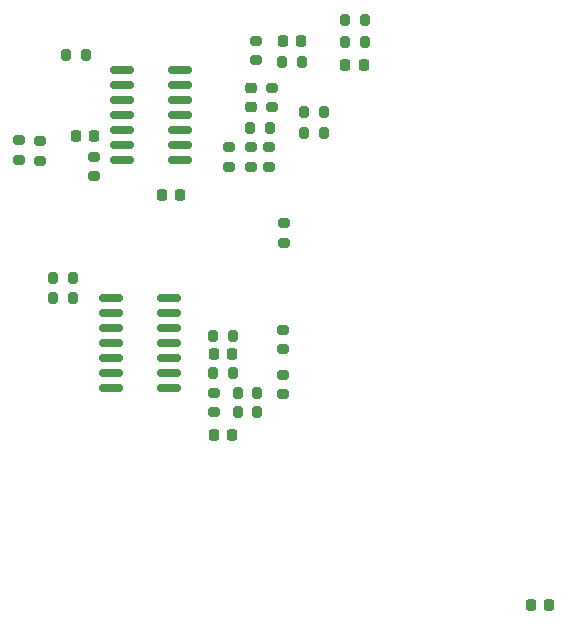
<source format=gbr>
%TF.GenerationSoftware,KiCad,Pcbnew,(7.0.0)*%
%TF.CreationDate,2024-02-24T11:01:10-08:00*%
%TF.ProjectId,Bottom_Board,426f7474-6f6d-45f4-926f-6172642e6b69,0*%
%TF.SameCoordinates,Original*%
%TF.FileFunction,Paste,Bot*%
%TF.FilePolarity,Positive*%
%FSLAX46Y46*%
G04 Gerber Fmt 4.6, Leading zero omitted, Abs format (unit mm)*
G04 Created by KiCad (PCBNEW (7.0.0)) date 2024-02-24 11:01:10*
%MOMM*%
%LPD*%
G01*
G04 APERTURE LIST*
G04 Aperture macros list*
%AMRoundRect*
0 Rectangle with rounded corners*
0 $1 Rounding radius*
0 $2 $3 $4 $5 $6 $7 $8 $9 X,Y pos of 4 corners*
0 Add a 4 corners polygon primitive as box body*
4,1,4,$2,$3,$4,$5,$6,$7,$8,$9,$2,$3,0*
0 Add four circle primitives for the rounded corners*
1,1,$1+$1,$2,$3*
1,1,$1+$1,$4,$5*
1,1,$1+$1,$6,$7*
1,1,$1+$1,$8,$9*
0 Add four rect primitives between the rounded corners*
20,1,$1+$1,$2,$3,$4,$5,0*
20,1,$1+$1,$4,$5,$6,$7,0*
20,1,$1+$1,$6,$7,$8,$9,0*
20,1,$1+$1,$8,$9,$2,$3,0*%
G04 Aperture macros list end*
%ADD10RoundRect,0.200000X-0.275000X0.200000X-0.275000X-0.200000X0.275000X-0.200000X0.275000X0.200000X0*%
%ADD11RoundRect,0.225000X-0.225000X-0.250000X0.225000X-0.250000X0.225000X0.250000X-0.225000X0.250000X0*%
%ADD12RoundRect,0.200000X0.275000X-0.200000X0.275000X0.200000X-0.275000X0.200000X-0.275000X-0.200000X0*%
%ADD13RoundRect,0.150000X0.825000X0.150000X-0.825000X0.150000X-0.825000X-0.150000X0.825000X-0.150000X0*%
%ADD14RoundRect,0.225000X0.225000X0.250000X-0.225000X0.250000X-0.225000X-0.250000X0.225000X-0.250000X0*%
%ADD15RoundRect,0.200000X0.200000X0.275000X-0.200000X0.275000X-0.200000X-0.275000X0.200000X-0.275000X0*%
%ADD16RoundRect,0.200000X-0.200000X-0.275000X0.200000X-0.275000X0.200000X0.275000X-0.200000X0.275000X0*%
%ADD17RoundRect,0.225000X0.250000X-0.225000X0.250000X0.225000X-0.250000X0.225000X-0.250000X-0.225000X0*%
%ADD18RoundRect,0.218750X-0.218750X-0.256250X0.218750X-0.256250X0.218750X0.256250X-0.218750X0.256250X0*%
G04 APERTURE END LIST*
D10*
%TO.C,R19*%
X129616200Y-94679000D03*
X129616200Y-96329000D03*
%TD*%
%TO.C,R11*%
X116332000Y-95504000D03*
X116332000Y-97154000D03*
%TD*%
D11*
%TO.C,C4*%
X126466600Y-119076200D03*
X128016600Y-119076200D03*
%TD*%
D12*
%TO.C,R22*%
X132397600Y-102774500D03*
X132397600Y-101124500D03*
%TD*%
D11*
%TO.C,C8*%
X132334000Y-85648800D03*
X133884000Y-85648800D03*
%TD*%
D13*
%TO.C,U1*%
X123633000Y-88138000D03*
X123633000Y-89408000D03*
X123633000Y-90678000D03*
X123633000Y-91948000D03*
X123633000Y-93218000D03*
X123633000Y-94488000D03*
X123633000Y-95758000D03*
X118683000Y-95758000D03*
X118683000Y-94488000D03*
X118683000Y-93218000D03*
X118683000Y-91948000D03*
X118683000Y-90678000D03*
X118683000Y-89408000D03*
X118683000Y-88138000D03*
%TD*%
D10*
%TO.C,R4*%
X111760000Y-94171000D03*
X111760000Y-95821000D03*
%TD*%
%TO.C,R14*%
X132308600Y-110122200D03*
X132308600Y-111772200D03*
%TD*%
%TO.C,R25*%
X127762000Y-94679000D03*
X127762000Y-96329000D03*
%TD*%
D14*
%TO.C,C1*%
X154839000Y-133400800D03*
X153289000Y-133400800D03*
%TD*%
D13*
%TO.C,U2*%
X122682000Y-107442000D03*
X122682000Y-108712000D03*
X122682000Y-109982000D03*
X122682000Y-111252000D03*
X122682000Y-112522000D03*
X122682000Y-113792000D03*
X122682000Y-115062000D03*
X117732000Y-115062000D03*
X117732000Y-113792000D03*
X117732000Y-112522000D03*
X117732000Y-111252000D03*
X117732000Y-109982000D03*
X117732000Y-108712000D03*
X117732000Y-107442000D03*
%TD*%
D15*
%TO.C,R12*%
X130148600Y-117094000D03*
X128498600Y-117094000D03*
%TD*%
D16*
%TO.C,R18*%
X112890800Y-107467400D03*
X114540800Y-107467400D03*
%TD*%
%TO.C,R10*%
X137607600Y-83953100D03*
X139257600Y-83953100D03*
%TD*%
D15*
%TO.C,R20*%
X115633000Y-86868000D03*
X113983000Y-86868000D03*
%TD*%
%TO.C,R2*%
X135762000Y-91694000D03*
X134112000Y-91694000D03*
%TD*%
%TO.C,R9*%
X128065800Y-113792000D03*
X126415800Y-113792000D03*
%TD*%
D16*
%TO.C,R7*%
X137605000Y-85810475D03*
X139255000Y-85810475D03*
%TD*%
D14*
%TO.C,C6*%
X128003600Y-112218200D03*
X126453600Y-112218200D03*
%TD*%
D17*
%TO.C,C9*%
X129590800Y-91237400D03*
X129590800Y-89687400D03*
%TD*%
D12*
%TO.C,R16*%
X131140200Y-96329000D03*
X131140200Y-94679000D03*
%TD*%
D16*
%TO.C,R6*%
X128498600Y-115520200D03*
X130148600Y-115520200D03*
%TD*%
D15*
%TO.C,R1*%
X128053600Y-110694200D03*
X126403600Y-110694200D03*
%TD*%
%TO.C,R3*%
X114502200Y-105740200D03*
X112852200Y-105740200D03*
%TD*%
D16*
%TO.C,R24*%
X132271000Y-87426800D03*
X133921000Y-87426800D03*
%TD*%
D18*
%TO.C,D1*%
X122044500Y-98698000D03*
X123619500Y-98698000D03*
%TD*%
D16*
%TO.C,R15*%
X134112000Y-93472000D03*
X135762000Y-93472000D03*
%TD*%
D14*
%TO.C,C7*%
X139157600Y-87763100D03*
X137607600Y-87763100D03*
%TD*%
D10*
%TO.C,R21*%
X131368800Y-89637400D03*
X131368800Y-91287400D03*
%TD*%
%TO.C,R8*%
X126492000Y-115469400D03*
X126492000Y-117119400D03*
%TD*%
D14*
%TO.C,C5*%
X116345000Y-93726000D03*
X114795000Y-93726000D03*
%TD*%
D10*
%TO.C,R13*%
X132308600Y-113932200D03*
X132308600Y-115582200D03*
%TD*%
D12*
%TO.C,R23*%
X130048000Y-87298800D03*
X130048000Y-85648800D03*
%TD*%
%TO.C,R5*%
X109982000Y-95758000D03*
X109982000Y-94108000D03*
%TD*%
D16*
%TO.C,R17*%
X129540000Y-93014800D03*
X131190000Y-93014800D03*
%TD*%
M02*

</source>
